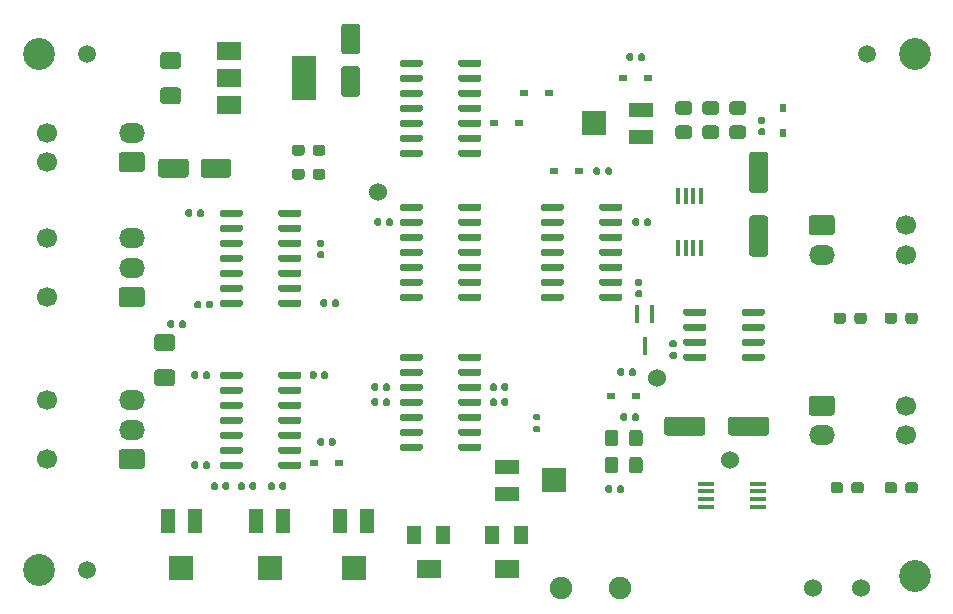
<source format=gbr>
G04 #@! TF.GenerationSoftware,KiCad,Pcbnew,(5.1.10)-1*
G04 #@! TF.CreationDate,2021-06-28T12:10:56+02:00*
G04 #@! TF.ProjectId,BSPD_v_1_1,42535044-5f76-45f3-915f-312e6b696361,rev?*
G04 #@! TF.SameCoordinates,Original*
G04 #@! TF.FileFunction,Soldermask,Top*
G04 #@! TF.FilePolarity,Negative*
%FSLAX46Y46*%
G04 Gerber Fmt 4.6, Leading zero omitted, Abs format (unit mm)*
G04 Created by KiCad (PCBNEW (5.1.10)-1) date 2021-06-28 12:10:56*
%MOMM*%
%LPD*%
G01*
G04 APERTURE LIST*
%ADD10C,2.700000*%
%ADD11R,0.450000X1.500000*%
%ADD12C,1.700000*%
%ADD13O,2.200000X1.700000*%
%ADD14R,1.450000X0.450000*%
%ADD15R,0.450000X1.450000*%
%ADD16C,1.524000*%
%ADD17C,1.900000*%
%ADD18R,0.800000X0.550000*%
%ADD19R,0.550000X0.800000*%
%ADD20C,1.500000*%
%ADD21R,1.300000X2.000000*%
%ADD22R,2.000000X2.000000*%
%ADD23R,1.300000X1.600000*%
%ADD24R,2.000000X1.600000*%
%ADD25R,2.000000X1.300000*%
%ADD26R,2.000000X3.800000*%
%ADD27R,2.000000X1.500000*%
G04 APERTURE END LIST*
D10*
X88900000Y-29972000D03*
X88900000Y-73660000D03*
X163068000Y-74168000D03*
X163068000Y-29972000D03*
D11*
X140208000Y-54670000D03*
X139558000Y-52010000D03*
X140858000Y-52010000D03*
D12*
X89594000Y-45546000D03*
X89594000Y-50546000D03*
D13*
X96774000Y-45546000D03*
X96774000Y-48046000D03*
G36*
G01*
X97874000Y-49946000D02*
X97874000Y-51146000D01*
G75*
G02*
X97624000Y-51396000I-250000J0D01*
G01*
X95924000Y-51396000D01*
G75*
G02*
X95674000Y-51146000I0J250000D01*
G01*
X95674000Y-49946000D01*
G75*
G02*
X95924000Y-49696000I250000J0D01*
G01*
X97624000Y-49696000D01*
G75*
G02*
X97874000Y-49946000I0J-250000D01*
G01*
G37*
D12*
X89594000Y-59262000D03*
X89594000Y-64262000D03*
D13*
X96774000Y-59262000D03*
X96774000Y-61762000D03*
G36*
G01*
X97874000Y-63662000D02*
X97874000Y-64862000D01*
G75*
G02*
X97624000Y-65112000I-250000J0D01*
G01*
X95924000Y-65112000D01*
G75*
G02*
X95674000Y-64862000I0J250000D01*
G01*
X95674000Y-63662000D01*
G75*
G02*
X95924000Y-63412000I250000J0D01*
G01*
X97624000Y-63412000D01*
G75*
G02*
X97874000Y-63662000I0J-250000D01*
G01*
G37*
D12*
X162374000Y-62240800D03*
X162374000Y-59740800D03*
D13*
X155194000Y-62240800D03*
G36*
G01*
X154094000Y-60340800D02*
X154094000Y-59140800D01*
G75*
G02*
X154344000Y-58890800I250000J0D01*
G01*
X156044000Y-58890800D01*
G75*
G02*
X156294000Y-59140800I0J-250000D01*
G01*
X156294000Y-60340800D01*
G75*
G02*
X156044000Y-60590800I-250000J0D01*
G01*
X154344000Y-60590800D01*
G75*
G02*
X154094000Y-60340800I0J250000D01*
G01*
G37*
D12*
X162374000Y-46950000D03*
X162374000Y-44450000D03*
D13*
X155194000Y-46950000D03*
G36*
G01*
X154094000Y-45050000D02*
X154094000Y-43850000D01*
G75*
G02*
X154344000Y-43600000I250000J0D01*
G01*
X156044000Y-43600000D01*
G75*
G02*
X156294000Y-43850000I0J-250000D01*
G01*
X156294000Y-45050000D01*
G75*
G02*
X156044000Y-45300000I-250000J0D01*
G01*
X154344000Y-45300000D01*
G75*
G02*
X154094000Y-45050000I0J250000D01*
G01*
G37*
D12*
X89594000Y-36616000D03*
X89594000Y-39116000D03*
D13*
X96774000Y-36616000D03*
G36*
G01*
X97874000Y-38516000D02*
X97874000Y-39716000D01*
G75*
G02*
X97624000Y-39966000I-250000J0D01*
G01*
X95924000Y-39966000D01*
G75*
G02*
X95674000Y-39716000I0J250000D01*
G01*
X95674000Y-38516000D01*
G75*
G02*
X95924000Y-38266000I250000J0D01*
G01*
X97624000Y-38266000D01*
G75*
G02*
X97874000Y-38516000I0J-250000D01*
G01*
G37*
D14*
X149774000Y-66335000D03*
X149774000Y-66985000D03*
X149774000Y-67635000D03*
X149774000Y-68285000D03*
X145374000Y-68285000D03*
X145374000Y-67635000D03*
X145374000Y-66985000D03*
X145374000Y-66335000D03*
D15*
X144993000Y-41996000D03*
X144343000Y-41996000D03*
X143693000Y-41996000D03*
X143043000Y-41996000D03*
X143043000Y-46396000D03*
X143693000Y-46396000D03*
X144343000Y-46396000D03*
X144993000Y-46396000D03*
D16*
X158496000Y-75184000D03*
X154496000Y-75184000D03*
D17*
X138096000Y-75184000D03*
X133096000Y-75184000D03*
D18*
X130014000Y-33274000D03*
X132114000Y-33274000D03*
X132554000Y-39878000D03*
X134654000Y-39878000D03*
D19*
X151892000Y-36610000D03*
X151892000Y-34510000D03*
D18*
X140496000Y-32004000D03*
X138396000Y-32004000D03*
X139480000Y-58928000D03*
X137380000Y-58928000D03*
X129574000Y-35814000D03*
X127474000Y-35814000D03*
X114334000Y-64579500D03*
X112234000Y-64579500D03*
D16*
X141224000Y-57404000D03*
X147472400Y-64312800D03*
X117602000Y-41656000D03*
D20*
X159004000Y-29972000D03*
X92964000Y-73660000D03*
X92964000Y-29972000D03*
G36*
G01*
X136412000Y-39693000D02*
X136412000Y-40063000D01*
G75*
G02*
X136277000Y-40198000I-135000J0D01*
G01*
X136007000Y-40198000D01*
G75*
G02*
X135872000Y-40063000I0J135000D01*
G01*
X135872000Y-39693000D01*
G75*
G02*
X136007000Y-39558000I135000J0D01*
G01*
X136277000Y-39558000D01*
G75*
G02*
X136412000Y-39693000I0J-135000D01*
G01*
G37*
G36*
G01*
X137432000Y-39693000D02*
X137432000Y-40063000D01*
G75*
G02*
X137297000Y-40198000I-135000J0D01*
G01*
X137027000Y-40198000D01*
G75*
G02*
X136892000Y-40063000I0J135000D01*
G01*
X136892000Y-39693000D01*
G75*
G02*
X137027000Y-39558000I135000J0D01*
G01*
X137297000Y-39558000D01*
G75*
G02*
X137432000Y-39693000I0J-135000D01*
G01*
G37*
G36*
G01*
X130879000Y-61454000D02*
X131249000Y-61454000D01*
G75*
G02*
X131384000Y-61589000I0J-135000D01*
G01*
X131384000Y-61859000D01*
G75*
G02*
X131249000Y-61994000I-135000J0D01*
G01*
X130879000Y-61994000D01*
G75*
G02*
X130744000Y-61859000I0J135000D01*
G01*
X130744000Y-61589000D01*
G75*
G02*
X130879000Y-61454000I135000J0D01*
G01*
G37*
G36*
G01*
X130879000Y-60434000D02*
X131249000Y-60434000D01*
G75*
G02*
X131384000Y-60569000I0J-135000D01*
G01*
X131384000Y-60839000D01*
G75*
G02*
X131249000Y-60974000I-135000J0D01*
G01*
X130879000Y-60974000D01*
G75*
G02*
X130744000Y-60839000I0J135000D01*
G01*
X130744000Y-60569000D01*
G75*
G02*
X130879000Y-60434000I135000J0D01*
G01*
G37*
G36*
G01*
X115866000Y-29980000D02*
X114766000Y-29980000D01*
G75*
G02*
X114516000Y-29730000I0J250000D01*
G01*
X114516000Y-27630000D01*
G75*
G02*
X114766000Y-27380000I250000J0D01*
G01*
X115866000Y-27380000D01*
G75*
G02*
X116116000Y-27630000I0J-250000D01*
G01*
X116116000Y-29730000D01*
G75*
G02*
X115866000Y-29980000I-250000J0D01*
G01*
G37*
G36*
G01*
X115866000Y-33580000D02*
X114766000Y-33580000D01*
G75*
G02*
X114516000Y-33330000I0J250000D01*
G01*
X114516000Y-31230000D01*
G75*
G02*
X114766000Y-30980000I250000J0D01*
G01*
X115866000Y-30980000D01*
G75*
G02*
X116116000Y-31230000I0J-250000D01*
G01*
X116116000Y-33330000D01*
G75*
G02*
X115866000Y-33580000I-250000J0D01*
G01*
G37*
G36*
G01*
X105208000Y-39074000D02*
X105208000Y-40174000D01*
G75*
G02*
X104958000Y-40424000I-250000J0D01*
G01*
X102858000Y-40424000D01*
G75*
G02*
X102608000Y-40174000I0J250000D01*
G01*
X102608000Y-39074000D01*
G75*
G02*
X102858000Y-38824000I250000J0D01*
G01*
X104958000Y-38824000D01*
G75*
G02*
X105208000Y-39074000I0J-250000D01*
G01*
G37*
G36*
G01*
X101608000Y-39074000D02*
X101608000Y-40174000D01*
G75*
G02*
X101358000Y-40424000I-250000J0D01*
G01*
X99258000Y-40424000D01*
G75*
G02*
X99008000Y-40174000I0J250000D01*
G01*
X99008000Y-39074000D01*
G75*
G02*
X99258000Y-38824000I250000J0D01*
G01*
X101358000Y-38824000D01*
G75*
G02*
X101608000Y-39074000I0J-250000D01*
G01*
G37*
G36*
G01*
X148532001Y-35110000D02*
X147631999Y-35110000D01*
G75*
G02*
X147382000Y-34860001I0J249999D01*
G01*
X147382000Y-34209999D01*
G75*
G02*
X147631999Y-33960000I249999J0D01*
G01*
X148532001Y-33960000D01*
G75*
G02*
X148782000Y-34209999I0J-249999D01*
G01*
X148782000Y-34860001D01*
G75*
G02*
X148532001Y-35110000I-249999J0D01*
G01*
G37*
G36*
G01*
X148532001Y-37160000D02*
X147631999Y-37160000D01*
G75*
G02*
X147382000Y-36910001I0J249999D01*
G01*
X147382000Y-36259999D01*
G75*
G02*
X147631999Y-36010000I249999J0D01*
G01*
X148532001Y-36010000D01*
G75*
G02*
X148782000Y-36259999I0J-249999D01*
G01*
X148782000Y-36910001D01*
G75*
G02*
X148532001Y-37160000I-249999J0D01*
G01*
G37*
G36*
G01*
X150410000Y-41722000D02*
X149310000Y-41722000D01*
G75*
G02*
X149060000Y-41472000I0J250000D01*
G01*
X149060000Y-38472000D01*
G75*
G02*
X149310000Y-38222000I250000J0D01*
G01*
X150410000Y-38222000D01*
G75*
G02*
X150660000Y-38472000I0J-250000D01*
G01*
X150660000Y-41472000D01*
G75*
G02*
X150410000Y-41722000I-250000J0D01*
G01*
G37*
G36*
G01*
X150410000Y-47122000D02*
X149310000Y-47122000D01*
G75*
G02*
X149060000Y-46872000I0J250000D01*
G01*
X149060000Y-43872000D01*
G75*
G02*
X149310000Y-43622000I250000J0D01*
G01*
X150410000Y-43622000D01*
G75*
G02*
X150660000Y-43872000I0J-250000D01*
G01*
X150660000Y-46872000D01*
G75*
G02*
X150410000Y-47122000I-250000J0D01*
G01*
G37*
G36*
G01*
X143960001Y-37160000D02*
X143059999Y-37160000D01*
G75*
G02*
X142810000Y-36910001I0J249999D01*
G01*
X142810000Y-36259999D01*
G75*
G02*
X143059999Y-36010000I249999J0D01*
G01*
X143960001Y-36010000D01*
G75*
G02*
X144210000Y-36259999I0J-249999D01*
G01*
X144210000Y-36910001D01*
G75*
G02*
X143960001Y-37160000I-249999J0D01*
G01*
G37*
G36*
G01*
X143960001Y-35110000D02*
X143059999Y-35110000D01*
G75*
G02*
X142810000Y-34860001I0J249999D01*
G01*
X142810000Y-34209999D01*
G75*
G02*
X143059999Y-33960000I249999J0D01*
G01*
X143960001Y-33960000D01*
G75*
G02*
X144210000Y-34209999I0J-249999D01*
G01*
X144210000Y-34860001D01*
G75*
G02*
X143960001Y-35110000I-249999J0D01*
G01*
G37*
G36*
G01*
X145345999Y-36010000D02*
X146246001Y-36010000D01*
G75*
G02*
X146496000Y-36259999I0J-249999D01*
G01*
X146496000Y-36910001D01*
G75*
G02*
X146246001Y-37160000I-249999J0D01*
G01*
X145345999Y-37160000D01*
G75*
G02*
X145096000Y-36910001I0J249999D01*
G01*
X145096000Y-36259999D01*
G75*
G02*
X145345999Y-36010000I249999J0D01*
G01*
G37*
G36*
G01*
X145345999Y-33960000D02*
X146246001Y-33960000D01*
G75*
G02*
X146496000Y-34209999I0J-249999D01*
G01*
X146496000Y-34860001D01*
G75*
G02*
X146246001Y-35110000I-249999J0D01*
G01*
X145345999Y-35110000D01*
G75*
G02*
X145096000Y-34860001I0J249999D01*
G01*
X145096000Y-34209999D01*
G75*
G02*
X145345999Y-33960000I249999J0D01*
G01*
G37*
G36*
G01*
X140030000Y-62033999D02*
X140030000Y-62934001D01*
G75*
G02*
X139780001Y-63184000I-249999J0D01*
G01*
X139129999Y-63184000D01*
G75*
G02*
X138880000Y-62934001I0J249999D01*
G01*
X138880000Y-62033999D01*
G75*
G02*
X139129999Y-61784000I249999J0D01*
G01*
X139780001Y-61784000D01*
G75*
G02*
X140030000Y-62033999I0J-249999D01*
G01*
G37*
G36*
G01*
X137980000Y-62033999D02*
X137980000Y-62934001D01*
G75*
G02*
X137730001Y-63184000I-249999J0D01*
G01*
X137079999Y-63184000D01*
G75*
G02*
X136830000Y-62934001I0J249999D01*
G01*
X136830000Y-62033999D01*
G75*
G02*
X137079999Y-61784000I249999J0D01*
G01*
X137730001Y-61784000D01*
G75*
G02*
X137980000Y-62033999I0J-249999D01*
G01*
G37*
G36*
G01*
X150754000Y-60918000D02*
X150754000Y-62018000D01*
G75*
G02*
X150504000Y-62268000I-250000J0D01*
G01*
X147504000Y-62268000D01*
G75*
G02*
X147254000Y-62018000I0J250000D01*
G01*
X147254000Y-60918000D01*
G75*
G02*
X147504000Y-60668000I250000J0D01*
G01*
X150504000Y-60668000D01*
G75*
G02*
X150754000Y-60918000I0J-250000D01*
G01*
G37*
G36*
G01*
X145354000Y-60918000D02*
X145354000Y-62018000D01*
G75*
G02*
X145104000Y-62268000I-250000J0D01*
G01*
X142104000Y-62268000D01*
G75*
G02*
X141854000Y-62018000I0J250000D01*
G01*
X141854000Y-60918000D01*
G75*
G02*
X142104000Y-60668000I250000J0D01*
G01*
X145104000Y-60668000D01*
G75*
G02*
X145354000Y-60918000I0J-250000D01*
G01*
G37*
G36*
G01*
X138880000Y-65220001D02*
X138880000Y-64319999D01*
G75*
G02*
X139129999Y-64070000I249999J0D01*
G01*
X139780001Y-64070000D01*
G75*
G02*
X140030000Y-64319999I0J-249999D01*
G01*
X140030000Y-65220001D01*
G75*
G02*
X139780001Y-65470000I-249999J0D01*
G01*
X139129999Y-65470000D01*
G75*
G02*
X138880000Y-65220001I0J249999D01*
G01*
G37*
G36*
G01*
X136830000Y-65220001D02*
X136830000Y-64319999D01*
G75*
G02*
X137079999Y-64070000I249999J0D01*
G01*
X137730001Y-64070000D01*
G75*
G02*
X137980000Y-64319999I0J-249999D01*
G01*
X137980000Y-65220001D01*
G75*
G02*
X137730001Y-65470000I-249999J0D01*
G01*
X137079999Y-65470000D01*
G75*
G02*
X136830000Y-65220001I0J249999D01*
G01*
G37*
G36*
G01*
X100701000Y-34204000D02*
X99451000Y-34204000D01*
G75*
G02*
X99201000Y-33954000I0J250000D01*
G01*
X99201000Y-33029000D01*
G75*
G02*
X99451000Y-32779000I250000J0D01*
G01*
X100701000Y-32779000D01*
G75*
G02*
X100951000Y-33029000I0J-250000D01*
G01*
X100951000Y-33954000D01*
G75*
G02*
X100701000Y-34204000I-250000J0D01*
G01*
G37*
G36*
G01*
X100701000Y-31229000D02*
X99451000Y-31229000D01*
G75*
G02*
X99201000Y-30979000I0J250000D01*
G01*
X99201000Y-30054000D01*
G75*
G02*
X99451000Y-29804000I250000J0D01*
G01*
X100701000Y-29804000D01*
G75*
G02*
X100951000Y-30054000I0J-250000D01*
G01*
X100951000Y-30979000D01*
G75*
G02*
X100701000Y-31229000I-250000J0D01*
G01*
G37*
G36*
G01*
X110360000Y-40369500D02*
X110360000Y-39894500D01*
G75*
G02*
X110597500Y-39657000I237500J0D01*
G01*
X111172500Y-39657000D01*
G75*
G02*
X111410000Y-39894500I0J-237500D01*
G01*
X111410000Y-40369500D01*
G75*
G02*
X111172500Y-40607000I-237500J0D01*
G01*
X110597500Y-40607000D01*
G75*
G02*
X110360000Y-40369500I0J237500D01*
G01*
G37*
G36*
G01*
X112110000Y-40369500D02*
X112110000Y-39894500D01*
G75*
G02*
X112347500Y-39657000I237500J0D01*
G01*
X112922500Y-39657000D01*
G75*
G02*
X113160000Y-39894500I0J-237500D01*
G01*
X113160000Y-40369500D01*
G75*
G02*
X112922500Y-40607000I-237500J0D01*
G01*
X112347500Y-40607000D01*
G75*
G02*
X112110000Y-40369500I0J237500D01*
G01*
G37*
G36*
G01*
X161575000Y-52086500D02*
X161575000Y-52561500D01*
G75*
G02*
X161337500Y-52799000I-237500J0D01*
G01*
X160762500Y-52799000D01*
G75*
G02*
X160525000Y-52561500I0J237500D01*
G01*
X160525000Y-52086500D01*
G75*
G02*
X160762500Y-51849000I237500J0D01*
G01*
X161337500Y-51849000D01*
G75*
G02*
X161575000Y-52086500I0J-237500D01*
G01*
G37*
G36*
G01*
X163325000Y-52086500D02*
X163325000Y-52561500D01*
G75*
G02*
X163087500Y-52799000I-237500J0D01*
G01*
X162512500Y-52799000D01*
G75*
G02*
X162275000Y-52561500I0J237500D01*
G01*
X162275000Y-52086500D01*
G75*
G02*
X162512500Y-51849000I237500J0D01*
G01*
X163087500Y-51849000D01*
G75*
G02*
X163325000Y-52086500I0J-237500D01*
G01*
G37*
G36*
G01*
X163325000Y-66437500D02*
X163325000Y-66912500D01*
G75*
G02*
X163087500Y-67150000I-237500J0D01*
G01*
X162512500Y-67150000D01*
G75*
G02*
X162275000Y-66912500I0J237500D01*
G01*
X162275000Y-66437500D01*
G75*
G02*
X162512500Y-66200000I237500J0D01*
G01*
X163087500Y-66200000D01*
G75*
G02*
X163325000Y-66437500I0J-237500D01*
G01*
G37*
G36*
G01*
X161575000Y-66437500D02*
X161575000Y-66912500D01*
G75*
G02*
X161337500Y-67150000I-237500J0D01*
G01*
X160762500Y-67150000D01*
G75*
G02*
X160525000Y-66912500I0J237500D01*
G01*
X160525000Y-66437500D01*
G75*
G02*
X160762500Y-66200000I237500J0D01*
G01*
X161337500Y-66200000D01*
G75*
G02*
X161575000Y-66437500I0J-237500D01*
G01*
G37*
G36*
G01*
X113160000Y-37862500D02*
X113160000Y-38337500D01*
G75*
G02*
X112922500Y-38575000I-237500J0D01*
G01*
X112347500Y-38575000D01*
G75*
G02*
X112110000Y-38337500I0J237500D01*
G01*
X112110000Y-37862500D01*
G75*
G02*
X112347500Y-37625000I237500J0D01*
G01*
X112922500Y-37625000D01*
G75*
G02*
X113160000Y-37862500I0J-237500D01*
G01*
G37*
G36*
G01*
X111410000Y-37862500D02*
X111410000Y-38337500D01*
G75*
G02*
X111172500Y-38575000I-237500J0D01*
G01*
X110597500Y-38575000D01*
G75*
G02*
X110360000Y-38337500I0J237500D01*
G01*
X110360000Y-37862500D01*
G75*
G02*
X110597500Y-37625000I237500J0D01*
G01*
X111172500Y-37625000D01*
G75*
G02*
X111410000Y-37862500I0J-237500D01*
G01*
G37*
G36*
G01*
X101328000Y-43606500D02*
X101328000Y-43261500D01*
G75*
G02*
X101475500Y-43114000I147500J0D01*
G01*
X101770500Y-43114000D01*
G75*
G02*
X101918000Y-43261500I0J-147500D01*
G01*
X101918000Y-43606500D01*
G75*
G02*
X101770500Y-43754000I-147500J0D01*
G01*
X101475500Y-43754000D01*
G75*
G02*
X101328000Y-43606500I0J147500D01*
G01*
G37*
G36*
G01*
X102298000Y-43606500D02*
X102298000Y-43261500D01*
G75*
G02*
X102445500Y-43114000I147500J0D01*
G01*
X102740500Y-43114000D01*
G75*
G02*
X102888000Y-43261500I0J-147500D01*
G01*
X102888000Y-43606500D01*
G75*
G02*
X102740500Y-43754000I-147500J0D01*
G01*
X102445500Y-43754000D01*
G75*
G02*
X102298000Y-43606500I0J147500D01*
G01*
G37*
G36*
G01*
X103060000Y-51353500D02*
X103060000Y-51008500D01*
G75*
G02*
X103207500Y-50861000I147500J0D01*
G01*
X103502500Y-50861000D01*
G75*
G02*
X103650000Y-51008500I0J-147500D01*
G01*
X103650000Y-51353500D01*
G75*
G02*
X103502500Y-51501000I-147500J0D01*
G01*
X103207500Y-51501000D01*
G75*
G02*
X103060000Y-51353500I0J147500D01*
G01*
G37*
G36*
G01*
X102090000Y-51353500D02*
X102090000Y-51008500D01*
G75*
G02*
X102237500Y-50861000I147500J0D01*
G01*
X102532500Y-50861000D01*
G75*
G02*
X102680000Y-51008500I0J-147500D01*
G01*
X102680000Y-51353500D01*
G75*
G02*
X102532500Y-51501000I-147500J0D01*
G01*
X102237500Y-51501000D01*
G75*
G02*
X102090000Y-51353500I0J147500D01*
G01*
G37*
G36*
G01*
X114318000Y-50881500D02*
X114318000Y-51226500D01*
G75*
G02*
X114170500Y-51374000I-147500J0D01*
G01*
X113875500Y-51374000D01*
G75*
G02*
X113728000Y-51226500I0J147500D01*
G01*
X113728000Y-50881500D01*
G75*
G02*
X113875500Y-50734000I147500J0D01*
G01*
X114170500Y-50734000D01*
G75*
G02*
X114318000Y-50881500I0J-147500D01*
G01*
G37*
G36*
G01*
X113348000Y-50881500D02*
X113348000Y-51226500D01*
G75*
G02*
X113200500Y-51374000I-147500J0D01*
G01*
X112905500Y-51374000D01*
G75*
G02*
X112758000Y-51226500I0J147500D01*
G01*
X112758000Y-50881500D01*
G75*
G02*
X112905500Y-50734000I147500J0D01*
G01*
X113200500Y-50734000D01*
G75*
G02*
X113348000Y-50881500I0J-147500D01*
G01*
G37*
G36*
G01*
X117076000Y-58338500D02*
X117076000Y-57993500D01*
G75*
G02*
X117223500Y-57846000I147500J0D01*
G01*
X117518500Y-57846000D01*
G75*
G02*
X117666000Y-57993500I0J-147500D01*
G01*
X117666000Y-58338500D01*
G75*
G02*
X117518500Y-58486000I-147500J0D01*
G01*
X117223500Y-58486000D01*
G75*
G02*
X117076000Y-58338500I0J147500D01*
G01*
G37*
G36*
G01*
X118046000Y-58338500D02*
X118046000Y-57993500D01*
G75*
G02*
X118193500Y-57846000I147500J0D01*
G01*
X118488500Y-57846000D01*
G75*
G02*
X118636000Y-57993500I0J-147500D01*
G01*
X118636000Y-58338500D01*
G75*
G02*
X118488500Y-58486000I-147500J0D01*
G01*
X118193500Y-58486000D01*
G75*
G02*
X118046000Y-58338500I0J147500D01*
G01*
G37*
G36*
G01*
X101836000Y-57322500D02*
X101836000Y-56977500D01*
G75*
G02*
X101983500Y-56830000I147500J0D01*
G01*
X102278500Y-56830000D01*
G75*
G02*
X102426000Y-56977500I0J-147500D01*
G01*
X102426000Y-57322500D01*
G75*
G02*
X102278500Y-57470000I-147500J0D01*
G01*
X101983500Y-57470000D01*
G75*
G02*
X101836000Y-57322500I0J147500D01*
G01*
G37*
G36*
G01*
X102806000Y-57322500D02*
X102806000Y-56977500D01*
G75*
G02*
X102953500Y-56830000I147500J0D01*
G01*
X103248500Y-56830000D01*
G75*
G02*
X103396000Y-56977500I0J-147500D01*
G01*
X103396000Y-57322500D01*
G75*
G02*
X103248500Y-57470000I-147500J0D01*
G01*
X102953500Y-57470000D01*
G75*
G02*
X102806000Y-57322500I0J147500D01*
G01*
G37*
G36*
G01*
X102806000Y-64942500D02*
X102806000Y-64597500D01*
G75*
G02*
X102953500Y-64450000I147500J0D01*
G01*
X103248500Y-64450000D01*
G75*
G02*
X103396000Y-64597500I0J-147500D01*
G01*
X103396000Y-64942500D01*
G75*
G02*
X103248500Y-65090000I-147500J0D01*
G01*
X102953500Y-65090000D01*
G75*
G02*
X102806000Y-64942500I0J147500D01*
G01*
G37*
G36*
G01*
X101836000Y-64942500D02*
X101836000Y-64597500D01*
G75*
G02*
X101983500Y-64450000I147500J0D01*
G01*
X102278500Y-64450000D01*
G75*
G02*
X102426000Y-64597500I0J-147500D01*
G01*
X102426000Y-64942500D01*
G75*
G02*
X102278500Y-65090000I-147500J0D01*
G01*
X101983500Y-65090000D01*
G75*
G02*
X101836000Y-64942500I0J147500D01*
G01*
G37*
G36*
G01*
X114064000Y-62629000D02*
X114064000Y-62974000D01*
G75*
G02*
X113916500Y-63121500I-147500J0D01*
G01*
X113621500Y-63121500D01*
G75*
G02*
X113474000Y-62974000I0J147500D01*
G01*
X113474000Y-62629000D01*
G75*
G02*
X113621500Y-62481500I147500J0D01*
G01*
X113916500Y-62481500D01*
G75*
G02*
X114064000Y-62629000I0J-147500D01*
G01*
G37*
G36*
G01*
X113094000Y-62629000D02*
X113094000Y-62974000D01*
G75*
G02*
X112946500Y-63121500I-147500J0D01*
G01*
X112651500Y-63121500D01*
G75*
G02*
X112504000Y-62974000I0J147500D01*
G01*
X112504000Y-62629000D01*
G75*
G02*
X112651500Y-62481500I147500J0D01*
G01*
X112946500Y-62481500D01*
G75*
G02*
X113094000Y-62629000I0J-147500D01*
G01*
G37*
G36*
G01*
X118046000Y-59608500D02*
X118046000Y-59263500D01*
G75*
G02*
X118193500Y-59116000I147500J0D01*
G01*
X118488500Y-59116000D01*
G75*
G02*
X118636000Y-59263500I0J-147500D01*
G01*
X118636000Y-59608500D01*
G75*
G02*
X118488500Y-59756000I-147500J0D01*
G01*
X118193500Y-59756000D01*
G75*
G02*
X118046000Y-59608500I0J147500D01*
G01*
G37*
G36*
G01*
X117076000Y-59608500D02*
X117076000Y-59263500D01*
G75*
G02*
X117223500Y-59116000I147500J0D01*
G01*
X117518500Y-59116000D01*
G75*
G02*
X117666000Y-59263500I0J-147500D01*
G01*
X117666000Y-59608500D01*
G75*
G02*
X117518500Y-59756000I-147500J0D01*
G01*
X117223500Y-59756000D01*
G75*
G02*
X117076000Y-59608500I0J147500D01*
G01*
G37*
G36*
G01*
X149941500Y-36258000D02*
X150286500Y-36258000D01*
G75*
G02*
X150434000Y-36405500I0J-147500D01*
G01*
X150434000Y-36700500D01*
G75*
G02*
X150286500Y-36848000I-147500J0D01*
G01*
X149941500Y-36848000D01*
G75*
G02*
X149794000Y-36700500I0J147500D01*
G01*
X149794000Y-36405500D01*
G75*
G02*
X149941500Y-36258000I147500J0D01*
G01*
G37*
G36*
G01*
X149941500Y-35288000D02*
X150286500Y-35288000D01*
G75*
G02*
X150434000Y-35435500I0J-147500D01*
G01*
X150434000Y-35730500D01*
G75*
G02*
X150286500Y-35878000I-147500J0D01*
G01*
X149941500Y-35878000D01*
G75*
G02*
X149794000Y-35730500I0J147500D01*
G01*
X149794000Y-35435500D01*
G75*
G02*
X149941500Y-35288000I147500J0D01*
G01*
G37*
G36*
G01*
X138666000Y-30398500D02*
X138666000Y-30053500D01*
G75*
G02*
X138813500Y-29906000I147500J0D01*
G01*
X139108500Y-29906000D01*
G75*
G02*
X139256000Y-30053500I0J-147500D01*
G01*
X139256000Y-30398500D01*
G75*
G02*
X139108500Y-30546000I-147500J0D01*
G01*
X138813500Y-30546000D01*
G75*
G02*
X138666000Y-30398500I0J147500D01*
G01*
G37*
G36*
G01*
X139636000Y-30398500D02*
X139636000Y-30053500D01*
G75*
G02*
X139783500Y-29906000I147500J0D01*
G01*
X140078500Y-29906000D01*
G75*
G02*
X140226000Y-30053500I0J-147500D01*
G01*
X140226000Y-30398500D01*
G75*
G02*
X140078500Y-30546000I-147500J0D01*
G01*
X139783500Y-30546000D01*
G75*
G02*
X139636000Y-30398500I0J147500D01*
G01*
G37*
G36*
G01*
X142793500Y-55771000D02*
X142448500Y-55771000D01*
G75*
G02*
X142301000Y-55623500I0J147500D01*
G01*
X142301000Y-55328500D01*
G75*
G02*
X142448500Y-55181000I147500J0D01*
G01*
X142793500Y-55181000D01*
G75*
G02*
X142941000Y-55328500I0J-147500D01*
G01*
X142941000Y-55623500D01*
G75*
G02*
X142793500Y-55771000I-147500J0D01*
G01*
G37*
G36*
G01*
X142793500Y-54801000D02*
X142448500Y-54801000D01*
G75*
G02*
X142301000Y-54653500I0J147500D01*
G01*
X142301000Y-54358500D01*
G75*
G02*
X142448500Y-54211000I147500J0D01*
G01*
X142793500Y-54211000D01*
G75*
G02*
X142941000Y-54358500I0J-147500D01*
G01*
X142941000Y-54653500D01*
G75*
G02*
X142793500Y-54801000I-147500J0D01*
G01*
G37*
G36*
G01*
X128669000Y-59263500D02*
X128669000Y-59608500D01*
G75*
G02*
X128521500Y-59756000I-147500J0D01*
G01*
X128226500Y-59756000D01*
G75*
G02*
X128079000Y-59608500I0J147500D01*
G01*
X128079000Y-59263500D01*
G75*
G02*
X128226500Y-59116000I147500J0D01*
G01*
X128521500Y-59116000D01*
G75*
G02*
X128669000Y-59263500I0J-147500D01*
G01*
G37*
G36*
G01*
X127699000Y-59263500D02*
X127699000Y-59608500D01*
G75*
G02*
X127551500Y-59756000I-147500J0D01*
G01*
X127256500Y-59756000D01*
G75*
G02*
X127109000Y-59608500I0J147500D01*
G01*
X127109000Y-59263500D01*
G75*
G02*
X127256500Y-59116000I147500J0D01*
G01*
X127551500Y-59116000D01*
G75*
G02*
X127699000Y-59263500I0J-147500D01*
G01*
G37*
G36*
G01*
X127699000Y-57993500D02*
X127699000Y-58338500D01*
G75*
G02*
X127551500Y-58486000I-147500J0D01*
G01*
X127256500Y-58486000D01*
G75*
G02*
X127109000Y-58338500I0J147500D01*
G01*
X127109000Y-57993500D01*
G75*
G02*
X127256500Y-57846000I147500J0D01*
G01*
X127551500Y-57846000D01*
G75*
G02*
X127699000Y-57993500I0J-147500D01*
G01*
G37*
G36*
G01*
X128669000Y-57993500D02*
X128669000Y-58338500D01*
G75*
G02*
X128521500Y-58486000I-147500J0D01*
G01*
X128226500Y-58486000D01*
G75*
G02*
X128079000Y-58338500I0J147500D01*
G01*
X128079000Y-57993500D01*
G75*
G02*
X128226500Y-57846000I147500J0D01*
G01*
X128521500Y-57846000D01*
G75*
G02*
X128669000Y-57993500I0J-147500D01*
G01*
G37*
G36*
G01*
X117920000Y-44023500D02*
X117920000Y-44368500D01*
G75*
G02*
X117772500Y-44516000I-147500J0D01*
G01*
X117477500Y-44516000D01*
G75*
G02*
X117330000Y-44368500I0J147500D01*
G01*
X117330000Y-44023500D01*
G75*
G02*
X117477500Y-43876000I147500J0D01*
G01*
X117772500Y-43876000D01*
G75*
G02*
X117920000Y-44023500I0J-147500D01*
G01*
G37*
G36*
G01*
X118890000Y-44023500D02*
X118890000Y-44368500D01*
G75*
G02*
X118742500Y-44516000I-147500J0D01*
G01*
X118447500Y-44516000D01*
G75*
G02*
X118300000Y-44368500I0J147500D01*
G01*
X118300000Y-44023500D01*
G75*
G02*
X118447500Y-43876000I147500J0D01*
G01*
X118742500Y-43876000D01*
G75*
G02*
X118890000Y-44023500I0J-147500D01*
G01*
G37*
G36*
G01*
X139764000Y-44023500D02*
X139764000Y-44368500D01*
G75*
G02*
X139616500Y-44516000I-147500J0D01*
G01*
X139321500Y-44516000D01*
G75*
G02*
X139174000Y-44368500I0J147500D01*
G01*
X139174000Y-44023500D01*
G75*
G02*
X139321500Y-43876000I147500J0D01*
G01*
X139616500Y-43876000D01*
G75*
G02*
X139764000Y-44023500I0J-147500D01*
G01*
G37*
G36*
G01*
X140734000Y-44023500D02*
X140734000Y-44368500D01*
G75*
G02*
X140586500Y-44516000I-147500J0D01*
G01*
X140291500Y-44516000D01*
G75*
G02*
X140144000Y-44368500I0J147500D01*
G01*
X140144000Y-44023500D01*
G75*
G02*
X140291500Y-43876000I147500J0D01*
G01*
X140586500Y-43876000D01*
G75*
G02*
X140734000Y-44023500I0J-147500D01*
G01*
G37*
G36*
G01*
X138158000Y-60878500D02*
X138158000Y-60533500D01*
G75*
G02*
X138305500Y-60386000I147500J0D01*
G01*
X138600500Y-60386000D01*
G75*
G02*
X138748000Y-60533500I0J-147500D01*
G01*
X138748000Y-60878500D01*
G75*
G02*
X138600500Y-61026000I-147500J0D01*
G01*
X138305500Y-61026000D01*
G75*
G02*
X138158000Y-60878500I0J147500D01*
G01*
G37*
G36*
G01*
X139128000Y-60878500D02*
X139128000Y-60533500D01*
G75*
G02*
X139275500Y-60386000I147500J0D01*
G01*
X139570500Y-60386000D01*
G75*
G02*
X139718000Y-60533500I0J-147500D01*
G01*
X139718000Y-60878500D01*
G75*
G02*
X139570500Y-61026000I-147500J0D01*
G01*
X139275500Y-61026000D01*
G75*
G02*
X139128000Y-60878500I0J147500D01*
G01*
G37*
G36*
G01*
X136888000Y-66974500D02*
X136888000Y-66629500D01*
G75*
G02*
X137035500Y-66482000I147500J0D01*
G01*
X137330500Y-66482000D01*
G75*
G02*
X137478000Y-66629500I0J-147500D01*
G01*
X137478000Y-66974500D01*
G75*
G02*
X137330500Y-67122000I-147500J0D01*
G01*
X137035500Y-67122000D01*
G75*
G02*
X136888000Y-66974500I0J147500D01*
G01*
G37*
G36*
G01*
X137858000Y-66974500D02*
X137858000Y-66629500D01*
G75*
G02*
X138005500Y-66482000I147500J0D01*
G01*
X138300500Y-66482000D01*
G75*
G02*
X138448000Y-66629500I0J-147500D01*
G01*
X138448000Y-66974500D01*
G75*
G02*
X138300500Y-67122000I-147500J0D01*
G01*
X138005500Y-67122000D01*
G75*
G02*
X137858000Y-66974500I0J147500D01*
G01*
G37*
G36*
G01*
X139872500Y-49594000D02*
X139527500Y-49594000D01*
G75*
G02*
X139380000Y-49446500I0J147500D01*
G01*
X139380000Y-49151500D01*
G75*
G02*
X139527500Y-49004000I147500J0D01*
G01*
X139872500Y-49004000D01*
G75*
G02*
X140020000Y-49151500I0J-147500D01*
G01*
X140020000Y-49446500D01*
G75*
G02*
X139872500Y-49594000I-147500J0D01*
G01*
G37*
G36*
G01*
X139872500Y-50564000D02*
X139527500Y-50564000D01*
G75*
G02*
X139380000Y-50416500I0J147500D01*
G01*
X139380000Y-50121500D01*
G75*
G02*
X139527500Y-49974000I147500J0D01*
G01*
X139872500Y-49974000D01*
G75*
G02*
X140020000Y-50121500I0J-147500D01*
G01*
X140020000Y-50416500D01*
G75*
G02*
X139872500Y-50564000I-147500J0D01*
G01*
G37*
G36*
G01*
X138494000Y-56723500D02*
X138494000Y-57068500D01*
G75*
G02*
X138346500Y-57216000I-147500J0D01*
G01*
X138051500Y-57216000D01*
G75*
G02*
X137904000Y-57068500I0J147500D01*
G01*
X137904000Y-56723500D01*
G75*
G02*
X138051500Y-56576000I147500J0D01*
G01*
X138346500Y-56576000D01*
G75*
G02*
X138494000Y-56723500I0J-147500D01*
G01*
G37*
G36*
G01*
X139464000Y-56723500D02*
X139464000Y-57068500D01*
G75*
G02*
X139316500Y-57216000I-147500J0D01*
G01*
X139021500Y-57216000D01*
G75*
G02*
X138874000Y-57068500I0J147500D01*
G01*
X138874000Y-56723500D01*
G75*
G02*
X139021500Y-56576000I147500J0D01*
G01*
X139316500Y-56576000D01*
G75*
G02*
X139464000Y-56723500I0J-147500D01*
G01*
G37*
G36*
G01*
X159007000Y-52086500D02*
X159007000Y-52561500D01*
G75*
G02*
X158769500Y-52799000I-237500J0D01*
G01*
X158194500Y-52799000D01*
G75*
G02*
X157957000Y-52561500I0J237500D01*
G01*
X157957000Y-52086500D01*
G75*
G02*
X158194500Y-51849000I237500J0D01*
G01*
X158769500Y-51849000D01*
G75*
G02*
X159007000Y-52086500I0J-237500D01*
G01*
G37*
G36*
G01*
X157257000Y-52086500D02*
X157257000Y-52561500D01*
G75*
G02*
X157019500Y-52799000I-237500J0D01*
G01*
X156444500Y-52799000D01*
G75*
G02*
X156207000Y-52561500I0J237500D01*
G01*
X156207000Y-52086500D01*
G75*
G02*
X156444500Y-51849000I237500J0D01*
G01*
X157019500Y-51849000D01*
G75*
G02*
X157257000Y-52086500I0J-237500D01*
G01*
G37*
G36*
G01*
X157003000Y-66437500D02*
X157003000Y-66912500D01*
G75*
G02*
X156765500Y-67150000I-237500J0D01*
G01*
X156190500Y-67150000D01*
G75*
G02*
X155953000Y-66912500I0J237500D01*
G01*
X155953000Y-66437500D01*
G75*
G02*
X156190500Y-66200000I237500J0D01*
G01*
X156765500Y-66200000D01*
G75*
G02*
X157003000Y-66437500I0J-237500D01*
G01*
G37*
G36*
G01*
X158753000Y-66437500D02*
X158753000Y-66912500D01*
G75*
G02*
X158515500Y-67150000I-237500J0D01*
G01*
X157940500Y-67150000D01*
G75*
G02*
X157703000Y-66912500I0J237500D01*
G01*
X157703000Y-66437500D01*
G75*
G02*
X157940500Y-66200000I237500J0D01*
G01*
X158515500Y-66200000D01*
G75*
G02*
X158753000Y-66437500I0J-237500D01*
G01*
G37*
G36*
G01*
X100394000Y-52659500D02*
X100394000Y-53004500D01*
G75*
G02*
X100246500Y-53152000I-147500J0D01*
G01*
X99951500Y-53152000D01*
G75*
G02*
X99804000Y-53004500I0J147500D01*
G01*
X99804000Y-52659500D01*
G75*
G02*
X99951500Y-52512000I147500J0D01*
G01*
X100246500Y-52512000D01*
G75*
G02*
X100394000Y-52659500I0J-147500D01*
G01*
G37*
G36*
G01*
X101364000Y-52659500D02*
X101364000Y-53004500D01*
G75*
G02*
X101216500Y-53152000I-147500J0D01*
G01*
X100921500Y-53152000D01*
G75*
G02*
X100774000Y-53004500I0J147500D01*
G01*
X100774000Y-52659500D01*
G75*
G02*
X100921500Y-52512000I147500J0D01*
G01*
X101216500Y-52512000D01*
G75*
G02*
X101364000Y-52659500I0J-147500D01*
G01*
G37*
G36*
G01*
X105047000Y-66375500D02*
X105047000Y-66720500D01*
G75*
G02*
X104899500Y-66868000I-147500J0D01*
G01*
X104604500Y-66868000D01*
G75*
G02*
X104457000Y-66720500I0J147500D01*
G01*
X104457000Y-66375500D01*
G75*
G02*
X104604500Y-66228000I147500J0D01*
G01*
X104899500Y-66228000D01*
G75*
G02*
X105047000Y-66375500I0J-147500D01*
G01*
G37*
G36*
G01*
X104077000Y-66375500D02*
X104077000Y-66720500D01*
G75*
G02*
X103929500Y-66868000I-147500J0D01*
G01*
X103634500Y-66868000D01*
G75*
G02*
X103487000Y-66720500I0J147500D01*
G01*
X103487000Y-66375500D01*
G75*
G02*
X103634500Y-66228000I147500J0D01*
G01*
X103929500Y-66228000D01*
G75*
G02*
X104077000Y-66375500I0J-147500D01*
G01*
G37*
G36*
G01*
X106363000Y-66375500D02*
X106363000Y-66720500D01*
G75*
G02*
X106215500Y-66868000I-147500J0D01*
G01*
X105920500Y-66868000D01*
G75*
G02*
X105773000Y-66720500I0J147500D01*
G01*
X105773000Y-66375500D01*
G75*
G02*
X105920500Y-66228000I147500J0D01*
G01*
X106215500Y-66228000D01*
G75*
G02*
X106363000Y-66375500I0J-147500D01*
G01*
G37*
G36*
G01*
X107333000Y-66375500D02*
X107333000Y-66720500D01*
G75*
G02*
X107185500Y-66868000I-147500J0D01*
G01*
X106890500Y-66868000D01*
G75*
G02*
X106743000Y-66720500I0J147500D01*
G01*
X106743000Y-66375500D01*
G75*
G02*
X106890500Y-66228000I147500J0D01*
G01*
X107185500Y-66228000D01*
G75*
G02*
X107333000Y-66375500I0J-147500D01*
G01*
G37*
G36*
G01*
X108903000Y-66375500D02*
X108903000Y-66720500D01*
G75*
G02*
X108755500Y-66868000I-147500J0D01*
G01*
X108460500Y-66868000D01*
G75*
G02*
X108313000Y-66720500I0J147500D01*
G01*
X108313000Y-66375500D01*
G75*
G02*
X108460500Y-66228000I147500J0D01*
G01*
X108755500Y-66228000D01*
G75*
G02*
X108903000Y-66375500I0J-147500D01*
G01*
G37*
G36*
G01*
X109873000Y-66375500D02*
X109873000Y-66720500D01*
G75*
G02*
X109725500Y-66868000I-147500J0D01*
G01*
X109430500Y-66868000D01*
G75*
G02*
X109283000Y-66720500I0J147500D01*
G01*
X109283000Y-66375500D01*
G75*
G02*
X109430500Y-66228000I147500J0D01*
G01*
X109725500Y-66228000D01*
G75*
G02*
X109873000Y-66375500I0J-147500D01*
G01*
G37*
G36*
G01*
X112948500Y-47262000D02*
X112603500Y-47262000D01*
G75*
G02*
X112456000Y-47114500I0J147500D01*
G01*
X112456000Y-46819500D01*
G75*
G02*
X112603500Y-46672000I147500J0D01*
G01*
X112948500Y-46672000D01*
G75*
G02*
X113096000Y-46819500I0J-147500D01*
G01*
X113096000Y-47114500D01*
G75*
G02*
X112948500Y-47262000I-147500J0D01*
G01*
G37*
G36*
G01*
X112948500Y-46292000D02*
X112603500Y-46292000D01*
G75*
G02*
X112456000Y-46144500I0J147500D01*
G01*
X112456000Y-45849500D01*
G75*
G02*
X112603500Y-45702000I147500J0D01*
G01*
X112948500Y-45702000D01*
G75*
G02*
X113096000Y-45849500I0J-147500D01*
G01*
X113096000Y-46144500D01*
G75*
G02*
X112948500Y-46292000I-147500J0D01*
G01*
G37*
G36*
G01*
X113406000Y-56977500D02*
X113406000Y-57322500D01*
G75*
G02*
X113258500Y-57470000I-147500J0D01*
G01*
X112963500Y-57470000D01*
G75*
G02*
X112816000Y-57322500I0J147500D01*
G01*
X112816000Y-56977500D01*
G75*
G02*
X112963500Y-56830000I147500J0D01*
G01*
X113258500Y-56830000D01*
G75*
G02*
X113406000Y-56977500I0J-147500D01*
G01*
G37*
G36*
G01*
X112436000Y-56977500D02*
X112436000Y-57322500D01*
G75*
G02*
X112288500Y-57470000I-147500J0D01*
G01*
X111993500Y-57470000D01*
G75*
G02*
X111846000Y-57322500I0J147500D01*
G01*
X111846000Y-56977500D01*
G75*
G02*
X111993500Y-56830000I147500J0D01*
G01*
X112288500Y-56830000D01*
G75*
G02*
X112436000Y-56977500I0J-147500D01*
G01*
G37*
D21*
X109608000Y-69501000D03*
D22*
X108458000Y-73501000D03*
D21*
X107308000Y-69501000D03*
X102115000Y-69501000D03*
D22*
X100965000Y-73501000D03*
D21*
X99815000Y-69501000D03*
D23*
X120670000Y-70686000D03*
D24*
X121920000Y-73586000D03*
D23*
X123170000Y-70686000D03*
X129774000Y-70686000D03*
D24*
X128524000Y-73586000D03*
D23*
X127274000Y-70686000D03*
D21*
X116720000Y-69501000D03*
D22*
X115570000Y-73501000D03*
D21*
X114420000Y-69501000D03*
D25*
X139922000Y-34664000D03*
D22*
X135922000Y-35814000D03*
D25*
X139922000Y-36964000D03*
X128556000Y-67190000D03*
D22*
X132556000Y-66040000D03*
D25*
X128556000Y-64890000D03*
G36*
G01*
X100193000Y-58080000D02*
X98943000Y-58080000D01*
G75*
G02*
X98693000Y-57830000I0J250000D01*
G01*
X98693000Y-56905000D01*
G75*
G02*
X98943000Y-56655000I250000J0D01*
G01*
X100193000Y-56655000D01*
G75*
G02*
X100443000Y-56905000I0J-250000D01*
G01*
X100443000Y-57830000D01*
G75*
G02*
X100193000Y-58080000I-250000J0D01*
G01*
G37*
G36*
G01*
X100193000Y-55105000D02*
X98943000Y-55105000D01*
G75*
G02*
X98693000Y-54855000I0J250000D01*
G01*
X98693000Y-53930000D01*
G75*
G02*
X98943000Y-53680000I250000J0D01*
G01*
X100193000Y-53680000D01*
G75*
G02*
X100443000Y-53930000I0J-250000D01*
G01*
X100443000Y-54855000D01*
G75*
G02*
X100193000Y-55105000I-250000J0D01*
G01*
G37*
D26*
X111354000Y-32004000D03*
D27*
X105054000Y-32004000D03*
X105054000Y-34304000D03*
X105054000Y-29704000D03*
G36*
G01*
X104246000Y-43584000D02*
X104246000Y-43284000D01*
G75*
G02*
X104396000Y-43134000I150000J0D01*
G01*
X106046000Y-43134000D01*
G75*
G02*
X106196000Y-43284000I0J-150000D01*
G01*
X106196000Y-43584000D01*
G75*
G02*
X106046000Y-43734000I-150000J0D01*
G01*
X104396000Y-43734000D01*
G75*
G02*
X104246000Y-43584000I0J150000D01*
G01*
G37*
G36*
G01*
X104246000Y-44854000D02*
X104246000Y-44554000D01*
G75*
G02*
X104396000Y-44404000I150000J0D01*
G01*
X106046000Y-44404000D01*
G75*
G02*
X106196000Y-44554000I0J-150000D01*
G01*
X106196000Y-44854000D01*
G75*
G02*
X106046000Y-45004000I-150000J0D01*
G01*
X104396000Y-45004000D01*
G75*
G02*
X104246000Y-44854000I0J150000D01*
G01*
G37*
G36*
G01*
X104246000Y-46124000D02*
X104246000Y-45824000D01*
G75*
G02*
X104396000Y-45674000I150000J0D01*
G01*
X106046000Y-45674000D01*
G75*
G02*
X106196000Y-45824000I0J-150000D01*
G01*
X106196000Y-46124000D01*
G75*
G02*
X106046000Y-46274000I-150000J0D01*
G01*
X104396000Y-46274000D01*
G75*
G02*
X104246000Y-46124000I0J150000D01*
G01*
G37*
G36*
G01*
X104246000Y-47394000D02*
X104246000Y-47094000D01*
G75*
G02*
X104396000Y-46944000I150000J0D01*
G01*
X106046000Y-46944000D01*
G75*
G02*
X106196000Y-47094000I0J-150000D01*
G01*
X106196000Y-47394000D01*
G75*
G02*
X106046000Y-47544000I-150000J0D01*
G01*
X104396000Y-47544000D01*
G75*
G02*
X104246000Y-47394000I0J150000D01*
G01*
G37*
G36*
G01*
X104246000Y-48664000D02*
X104246000Y-48364000D01*
G75*
G02*
X104396000Y-48214000I150000J0D01*
G01*
X106046000Y-48214000D01*
G75*
G02*
X106196000Y-48364000I0J-150000D01*
G01*
X106196000Y-48664000D01*
G75*
G02*
X106046000Y-48814000I-150000J0D01*
G01*
X104396000Y-48814000D01*
G75*
G02*
X104246000Y-48664000I0J150000D01*
G01*
G37*
G36*
G01*
X104246000Y-49934000D02*
X104246000Y-49634000D01*
G75*
G02*
X104396000Y-49484000I150000J0D01*
G01*
X106046000Y-49484000D01*
G75*
G02*
X106196000Y-49634000I0J-150000D01*
G01*
X106196000Y-49934000D01*
G75*
G02*
X106046000Y-50084000I-150000J0D01*
G01*
X104396000Y-50084000D01*
G75*
G02*
X104246000Y-49934000I0J150000D01*
G01*
G37*
G36*
G01*
X104246000Y-51204000D02*
X104246000Y-50904000D01*
G75*
G02*
X104396000Y-50754000I150000J0D01*
G01*
X106046000Y-50754000D01*
G75*
G02*
X106196000Y-50904000I0J-150000D01*
G01*
X106196000Y-51204000D01*
G75*
G02*
X106046000Y-51354000I-150000J0D01*
G01*
X104396000Y-51354000D01*
G75*
G02*
X104246000Y-51204000I0J150000D01*
G01*
G37*
G36*
G01*
X109196000Y-51204000D02*
X109196000Y-50904000D01*
G75*
G02*
X109346000Y-50754000I150000J0D01*
G01*
X110996000Y-50754000D01*
G75*
G02*
X111146000Y-50904000I0J-150000D01*
G01*
X111146000Y-51204000D01*
G75*
G02*
X110996000Y-51354000I-150000J0D01*
G01*
X109346000Y-51354000D01*
G75*
G02*
X109196000Y-51204000I0J150000D01*
G01*
G37*
G36*
G01*
X109196000Y-49934000D02*
X109196000Y-49634000D01*
G75*
G02*
X109346000Y-49484000I150000J0D01*
G01*
X110996000Y-49484000D01*
G75*
G02*
X111146000Y-49634000I0J-150000D01*
G01*
X111146000Y-49934000D01*
G75*
G02*
X110996000Y-50084000I-150000J0D01*
G01*
X109346000Y-50084000D01*
G75*
G02*
X109196000Y-49934000I0J150000D01*
G01*
G37*
G36*
G01*
X109196000Y-48664000D02*
X109196000Y-48364000D01*
G75*
G02*
X109346000Y-48214000I150000J0D01*
G01*
X110996000Y-48214000D01*
G75*
G02*
X111146000Y-48364000I0J-150000D01*
G01*
X111146000Y-48664000D01*
G75*
G02*
X110996000Y-48814000I-150000J0D01*
G01*
X109346000Y-48814000D01*
G75*
G02*
X109196000Y-48664000I0J150000D01*
G01*
G37*
G36*
G01*
X109196000Y-47394000D02*
X109196000Y-47094000D01*
G75*
G02*
X109346000Y-46944000I150000J0D01*
G01*
X110996000Y-46944000D01*
G75*
G02*
X111146000Y-47094000I0J-150000D01*
G01*
X111146000Y-47394000D01*
G75*
G02*
X110996000Y-47544000I-150000J0D01*
G01*
X109346000Y-47544000D01*
G75*
G02*
X109196000Y-47394000I0J150000D01*
G01*
G37*
G36*
G01*
X109196000Y-46124000D02*
X109196000Y-45824000D01*
G75*
G02*
X109346000Y-45674000I150000J0D01*
G01*
X110996000Y-45674000D01*
G75*
G02*
X111146000Y-45824000I0J-150000D01*
G01*
X111146000Y-46124000D01*
G75*
G02*
X110996000Y-46274000I-150000J0D01*
G01*
X109346000Y-46274000D01*
G75*
G02*
X109196000Y-46124000I0J150000D01*
G01*
G37*
G36*
G01*
X109196000Y-44854000D02*
X109196000Y-44554000D01*
G75*
G02*
X109346000Y-44404000I150000J0D01*
G01*
X110996000Y-44404000D01*
G75*
G02*
X111146000Y-44554000I0J-150000D01*
G01*
X111146000Y-44854000D01*
G75*
G02*
X110996000Y-45004000I-150000J0D01*
G01*
X109346000Y-45004000D01*
G75*
G02*
X109196000Y-44854000I0J150000D01*
G01*
G37*
G36*
G01*
X109196000Y-43584000D02*
X109196000Y-43284000D01*
G75*
G02*
X109346000Y-43134000I150000J0D01*
G01*
X110996000Y-43134000D01*
G75*
G02*
X111146000Y-43284000I0J-150000D01*
G01*
X111146000Y-43584000D01*
G75*
G02*
X110996000Y-43734000I-150000J0D01*
G01*
X109346000Y-43734000D01*
G75*
G02*
X109196000Y-43584000I0J150000D01*
G01*
G37*
G36*
G01*
X119486000Y-55776000D02*
X119486000Y-55476000D01*
G75*
G02*
X119636000Y-55326000I150000J0D01*
G01*
X121286000Y-55326000D01*
G75*
G02*
X121436000Y-55476000I0J-150000D01*
G01*
X121436000Y-55776000D01*
G75*
G02*
X121286000Y-55926000I-150000J0D01*
G01*
X119636000Y-55926000D01*
G75*
G02*
X119486000Y-55776000I0J150000D01*
G01*
G37*
G36*
G01*
X119486000Y-57046000D02*
X119486000Y-56746000D01*
G75*
G02*
X119636000Y-56596000I150000J0D01*
G01*
X121286000Y-56596000D01*
G75*
G02*
X121436000Y-56746000I0J-150000D01*
G01*
X121436000Y-57046000D01*
G75*
G02*
X121286000Y-57196000I-150000J0D01*
G01*
X119636000Y-57196000D01*
G75*
G02*
X119486000Y-57046000I0J150000D01*
G01*
G37*
G36*
G01*
X119486000Y-58316000D02*
X119486000Y-58016000D01*
G75*
G02*
X119636000Y-57866000I150000J0D01*
G01*
X121286000Y-57866000D01*
G75*
G02*
X121436000Y-58016000I0J-150000D01*
G01*
X121436000Y-58316000D01*
G75*
G02*
X121286000Y-58466000I-150000J0D01*
G01*
X119636000Y-58466000D01*
G75*
G02*
X119486000Y-58316000I0J150000D01*
G01*
G37*
G36*
G01*
X119486000Y-59586000D02*
X119486000Y-59286000D01*
G75*
G02*
X119636000Y-59136000I150000J0D01*
G01*
X121286000Y-59136000D01*
G75*
G02*
X121436000Y-59286000I0J-150000D01*
G01*
X121436000Y-59586000D01*
G75*
G02*
X121286000Y-59736000I-150000J0D01*
G01*
X119636000Y-59736000D01*
G75*
G02*
X119486000Y-59586000I0J150000D01*
G01*
G37*
G36*
G01*
X119486000Y-60856000D02*
X119486000Y-60556000D01*
G75*
G02*
X119636000Y-60406000I150000J0D01*
G01*
X121286000Y-60406000D01*
G75*
G02*
X121436000Y-60556000I0J-150000D01*
G01*
X121436000Y-60856000D01*
G75*
G02*
X121286000Y-61006000I-150000J0D01*
G01*
X119636000Y-61006000D01*
G75*
G02*
X119486000Y-60856000I0J150000D01*
G01*
G37*
G36*
G01*
X119486000Y-62126000D02*
X119486000Y-61826000D01*
G75*
G02*
X119636000Y-61676000I150000J0D01*
G01*
X121286000Y-61676000D01*
G75*
G02*
X121436000Y-61826000I0J-150000D01*
G01*
X121436000Y-62126000D01*
G75*
G02*
X121286000Y-62276000I-150000J0D01*
G01*
X119636000Y-62276000D01*
G75*
G02*
X119486000Y-62126000I0J150000D01*
G01*
G37*
G36*
G01*
X119486000Y-63396000D02*
X119486000Y-63096000D01*
G75*
G02*
X119636000Y-62946000I150000J0D01*
G01*
X121286000Y-62946000D01*
G75*
G02*
X121436000Y-63096000I0J-150000D01*
G01*
X121436000Y-63396000D01*
G75*
G02*
X121286000Y-63546000I-150000J0D01*
G01*
X119636000Y-63546000D01*
G75*
G02*
X119486000Y-63396000I0J150000D01*
G01*
G37*
G36*
G01*
X124436000Y-63396000D02*
X124436000Y-63096000D01*
G75*
G02*
X124586000Y-62946000I150000J0D01*
G01*
X126236000Y-62946000D01*
G75*
G02*
X126386000Y-63096000I0J-150000D01*
G01*
X126386000Y-63396000D01*
G75*
G02*
X126236000Y-63546000I-150000J0D01*
G01*
X124586000Y-63546000D01*
G75*
G02*
X124436000Y-63396000I0J150000D01*
G01*
G37*
G36*
G01*
X124436000Y-62126000D02*
X124436000Y-61826000D01*
G75*
G02*
X124586000Y-61676000I150000J0D01*
G01*
X126236000Y-61676000D01*
G75*
G02*
X126386000Y-61826000I0J-150000D01*
G01*
X126386000Y-62126000D01*
G75*
G02*
X126236000Y-62276000I-150000J0D01*
G01*
X124586000Y-62276000D01*
G75*
G02*
X124436000Y-62126000I0J150000D01*
G01*
G37*
G36*
G01*
X124436000Y-60856000D02*
X124436000Y-60556000D01*
G75*
G02*
X124586000Y-60406000I150000J0D01*
G01*
X126236000Y-60406000D01*
G75*
G02*
X126386000Y-60556000I0J-150000D01*
G01*
X126386000Y-60856000D01*
G75*
G02*
X126236000Y-61006000I-150000J0D01*
G01*
X124586000Y-61006000D01*
G75*
G02*
X124436000Y-60856000I0J150000D01*
G01*
G37*
G36*
G01*
X124436000Y-59586000D02*
X124436000Y-59286000D01*
G75*
G02*
X124586000Y-59136000I150000J0D01*
G01*
X126236000Y-59136000D01*
G75*
G02*
X126386000Y-59286000I0J-150000D01*
G01*
X126386000Y-59586000D01*
G75*
G02*
X126236000Y-59736000I-150000J0D01*
G01*
X124586000Y-59736000D01*
G75*
G02*
X124436000Y-59586000I0J150000D01*
G01*
G37*
G36*
G01*
X124436000Y-58316000D02*
X124436000Y-58016000D01*
G75*
G02*
X124586000Y-57866000I150000J0D01*
G01*
X126236000Y-57866000D01*
G75*
G02*
X126386000Y-58016000I0J-150000D01*
G01*
X126386000Y-58316000D01*
G75*
G02*
X126236000Y-58466000I-150000J0D01*
G01*
X124586000Y-58466000D01*
G75*
G02*
X124436000Y-58316000I0J150000D01*
G01*
G37*
G36*
G01*
X124436000Y-57046000D02*
X124436000Y-56746000D01*
G75*
G02*
X124586000Y-56596000I150000J0D01*
G01*
X126236000Y-56596000D01*
G75*
G02*
X126386000Y-56746000I0J-150000D01*
G01*
X126386000Y-57046000D01*
G75*
G02*
X126236000Y-57196000I-150000J0D01*
G01*
X124586000Y-57196000D01*
G75*
G02*
X124436000Y-57046000I0J150000D01*
G01*
G37*
G36*
G01*
X124436000Y-55776000D02*
X124436000Y-55476000D01*
G75*
G02*
X124586000Y-55326000I150000J0D01*
G01*
X126236000Y-55326000D01*
G75*
G02*
X126386000Y-55476000I0J-150000D01*
G01*
X126386000Y-55776000D01*
G75*
G02*
X126236000Y-55926000I-150000J0D01*
G01*
X124586000Y-55926000D01*
G75*
G02*
X124436000Y-55776000I0J150000D01*
G01*
G37*
G36*
G01*
X104246000Y-57300000D02*
X104246000Y-57000000D01*
G75*
G02*
X104396000Y-56850000I150000J0D01*
G01*
X106046000Y-56850000D01*
G75*
G02*
X106196000Y-57000000I0J-150000D01*
G01*
X106196000Y-57300000D01*
G75*
G02*
X106046000Y-57450000I-150000J0D01*
G01*
X104396000Y-57450000D01*
G75*
G02*
X104246000Y-57300000I0J150000D01*
G01*
G37*
G36*
G01*
X104246000Y-58570000D02*
X104246000Y-58270000D01*
G75*
G02*
X104396000Y-58120000I150000J0D01*
G01*
X106046000Y-58120000D01*
G75*
G02*
X106196000Y-58270000I0J-150000D01*
G01*
X106196000Y-58570000D01*
G75*
G02*
X106046000Y-58720000I-150000J0D01*
G01*
X104396000Y-58720000D01*
G75*
G02*
X104246000Y-58570000I0J150000D01*
G01*
G37*
G36*
G01*
X104246000Y-59840000D02*
X104246000Y-59540000D01*
G75*
G02*
X104396000Y-59390000I150000J0D01*
G01*
X106046000Y-59390000D01*
G75*
G02*
X106196000Y-59540000I0J-150000D01*
G01*
X106196000Y-59840000D01*
G75*
G02*
X106046000Y-59990000I-150000J0D01*
G01*
X104396000Y-59990000D01*
G75*
G02*
X104246000Y-59840000I0J150000D01*
G01*
G37*
G36*
G01*
X104246000Y-61110000D02*
X104246000Y-60810000D01*
G75*
G02*
X104396000Y-60660000I150000J0D01*
G01*
X106046000Y-60660000D01*
G75*
G02*
X106196000Y-60810000I0J-150000D01*
G01*
X106196000Y-61110000D01*
G75*
G02*
X106046000Y-61260000I-150000J0D01*
G01*
X104396000Y-61260000D01*
G75*
G02*
X104246000Y-61110000I0J150000D01*
G01*
G37*
G36*
G01*
X104246000Y-62380000D02*
X104246000Y-62080000D01*
G75*
G02*
X104396000Y-61930000I150000J0D01*
G01*
X106046000Y-61930000D01*
G75*
G02*
X106196000Y-62080000I0J-150000D01*
G01*
X106196000Y-62380000D01*
G75*
G02*
X106046000Y-62530000I-150000J0D01*
G01*
X104396000Y-62530000D01*
G75*
G02*
X104246000Y-62380000I0J150000D01*
G01*
G37*
G36*
G01*
X104246000Y-63650000D02*
X104246000Y-63350000D01*
G75*
G02*
X104396000Y-63200000I150000J0D01*
G01*
X106046000Y-63200000D01*
G75*
G02*
X106196000Y-63350000I0J-150000D01*
G01*
X106196000Y-63650000D01*
G75*
G02*
X106046000Y-63800000I-150000J0D01*
G01*
X104396000Y-63800000D01*
G75*
G02*
X104246000Y-63650000I0J150000D01*
G01*
G37*
G36*
G01*
X104246000Y-64920000D02*
X104246000Y-64620000D01*
G75*
G02*
X104396000Y-64470000I150000J0D01*
G01*
X106046000Y-64470000D01*
G75*
G02*
X106196000Y-64620000I0J-150000D01*
G01*
X106196000Y-64920000D01*
G75*
G02*
X106046000Y-65070000I-150000J0D01*
G01*
X104396000Y-65070000D01*
G75*
G02*
X104246000Y-64920000I0J150000D01*
G01*
G37*
G36*
G01*
X109196000Y-64920000D02*
X109196000Y-64620000D01*
G75*
G02*
X109346000Y-64470000I150000J0D01*
G01*
X110996000Y-64470000D01*
G75*
G02*
X111146000Y-64620000I0J-150000D01*
G01*
X111146000Y-64920000D01*
G75*
G02*
X110996000Y-65070000I-150000J0D01*
G01*
X109346000Y-65070000D01*
G75*
G02*
X109196000Y-64920000I0J150000D01*
G01*
G37*
G36*
G01*
X109196000Y-63650000D02*
X109196000Y-63350000D01*
G75*
G02*
X109346000Y-63200000I150000J0D01*
G01*
X110996000Y-63200000D01*
G75*
G02*
X111146000Y-63350000I0J-150000D01*
G01*
X111146000Y-63650000D01*
G75*
G02*
X110996000Y-63800000I-150000J0D01*
G01*
X109346000Y-63800000D01*
G75*
G02*
X109196000Y-63650000I0J150000D01*
G01*
G37*
G36*
G01*
X109196000Y-62380000D02*
X109196000Y-62080000D01*
G75*
G02*
X109346000Y-61930000I150000J0D01*
G01*
X110996000Y-61930000D01*
G75*
G02*
X111146000Y-62080000I0J-150000D01*
G01*
X111146000Y-62380000D01*
G75*
G02*
X110996000Y-62530000I-150000J0D01*
G01*
X109346000Y-62530000D01*
G75*
G02*
X109196000Y-62380000I0J150000D01*
G01*
G37*
G36*
G01*
X109196000Y-61110000D02*
X109196000Y-60810000D01*
G75*
G02*
X109346000Y-60660000I150000J0D01*
G01*
X110996000Y-60660000D01*
G75*
G02*
X111146000Y-60810000I0J-150000D01*
G01*
X111146000Y-61110000D01*
G75*
G02*
X110996000Y-61260000I-150000J0D01*
G01*
X109346000Y-61260000D01*
G75*
G02*
X109196000Y-61110000I0J150000D01*
G01*
G37*
G36*
G01*
X109196000Y-59840000D02*
X109196000Y-59540000D01*
G75*
G02*
X109346000Y-59390000I150000J0D01*
G01*
X110996000Y-59390000D01*
G75*
G02*
X111146000Y-59540000I0J-150000D01*
G01*
X111146000Y-59840000D01*
G75*
G02*
X110996000Y-59990000I-150000J0D01*
G01*
X109346000Y-59990000D01*
G75*
G02*
X109196000Y-59840000I0J150000D01*
G01*
G37*
G36*
G01*
X109196000Y-58570000D02*
X109196000Y-58270000D01*
G75*
G02*
X109346000Y-58120000I150000J0D01*
G01*
X110996000Y-58120000D01*
G75*
G02*
X111146000Y-58270000I0J-150000D01*
G01*
X111146000Y-58570000D01*
G75*
G02*
X110996000Y-58720000I-150000J0D01*
G01*
X109346000Y-58720000D01*
G75*
G02*
X109196000Y-58570000I0J150000D01*
G01*
G37*
G36*
G01*
X109196000Y-57300000D02*
X109196000Y-57000000D01*
G75*
G02*
X109346000Y-56850000I150000J0D01*
G01*
X110996000Y-56850000D01*
G75*
G02*
X111146000Y-57000000I0J-150000D01*
G01*
X111146000Y-57300000D01*
G75*
G02*
X110996000Y-57450000I-150000J0D01*
G01*
X109346000Y-57450000D01*
G75*
G02*
X109196000Y-57300000I0J150000D01*
G01*
G37*
G36*
G01*
X124436000Y-30884000D02*
X124436000Y-30584000D01*
G75*
G02*
X124586000Y-30434000I150000J0D01*
G01*
X126236000Y-30434000D01*
G75*
G02*
X126386000Y-30584000I0J-150000D01*
G01*
X126386000Y-30884000D01*
G75*
G02*
X126236000Y-31034000I-150000J0D01*
G01*
X124586000Y-31034000D01*
G75*
G02*
X124436000Y-30884000I0J150000D01*
G01*
G37*
G36*
G01*
X124436000Y-32154000D02*
X124436000Y-31854000D01*
G75*
G02*
X124586000Y-31704000I150000J0D01*
G01*
X126236000Y-31704000D01*
G75*
G02*
X126386000Y-31854000I0J-150000D01*
G01*
X126386000Y-32154000D01*
G75*
G02*
X126236000Y-32304000I-150000J0D01*
G01*
X124586000Y-32304000D01*
G75*
G02*
X124436000Y-32154000I0J150000D01*
G01*
G37*
G36*
G01*
X124436000Y-33424000D02*
X124436000Y-33124000D01*
G75*
G02*
X124586000Y-32974000I150000J0D01*
G01*
X126236000Y-32974000D01*
G75*
G02*
X126386000Y-33124000I0J-150000D01*
G01*
X126386000Y-33424000D01*
G75*
G02*
X126236000Y-33574000I-150000J0D01*
G01*
X124586000Y-33574000D01*
G75*
G02*
X124436000Y-33424000I0J150000D01*
G01*
G37*
G36*
G01*
X124436000Y-34694000D02*
X124436000Y-34394000D01*
G75*
G02*
X124586000Y-34244000I150000J0D01*
G01*
X126236000Y-34244000D01*
G75*
G02*
X126386000Y-34394000I0J-150000D01*
G01*
X126386000Y-34694000D01*
G75*
G02*
X126236000Y-34844000I-150000J0D01*
G01*
X124586000Y-34844000D01*
G75*
G02*
X124436000Y-34694000I0J150000D01*
G01*
G37*
G36*
G01*
X124436000Y-35964000D02*
X124436000Y-35664000D01*
G75*
G02*
X124586000Y-35514000I150000J0D01*
G01*
X126236000Y-35514000D01*
G75*
G02*
X126386000Y-35664000I0J-150000D01*
G01*
X126386000Y-35964000D01*
G75*
G02*
X126236000Y-36114000I-150000J0D01*
G01*
X124586000Y-36114000D01*
G75*
G02*
X124436000Y-35964000I0J150000D01*
G01*
G37*
G36*
G01*
X124436000Y-37234000D02*
X124436000Y-36934000D01*
G75*
G02*
X124586000Y-36784000I150000J0D01*
G01*
X126236000Y-36784000D01*
G75*
G02*
X126386000Y-36934000I0J-150000D01*
G01*
X126386000Y-37234000D01*
G75*
G02*
X126236000Y-37384000I-150000J0D01*
G01*
X124586000Y-37384000D01*
G75*
G02*
X124436000Y-37234000I0J150000D01*
G01*
G37*
G36*
G01*
X124436000Y-38504000D02*
X124436000Y-38204000D01*
G75*
G02*
X124586000Y-38054000I150000J0D01*
G01*
X126236000Y-38054000D01*
G75*
G02*
X126386000Y-38204000I0J-150000D01*
G01*
X126386000Y-38504000D01*
G75*
G02*
X126236000Y-38654000I-150000J0D01*
G01*
X124586000Y-38654000D01*
G75*
G02*
X124436000Y-38504000I0J150000D01*
G01*
G37*
G36*
G01*
X119486000Y-38504000D02*
X119486000Y-38204000D01*
G75*
G02*
X119636000Y-38054000I150000J0D01*
G01*
X121286000Y-38054000D01*
G75*
G02*
X121436000Y-38204000I0J-150000D01*
G01*
X121436000Y-38504000D01*
G75*
G02*
X121286000Y-38654000I-150000J0D01*
G01*
X119636000Y-38654000D01*
G75*
G02*
X119486000Y-38504000I0J150000D01*
G01*
G37*
G36*
G01*
X119486000Y-37234000D02*
X119486000Y-36934000D01*
G75*
G02*
X119636000Y-36784000I150000J0D01*
G01*
X121286000Y-36784000D01*
G75*
G02*
X121436000Y-36934000I0J-150000D01*
G01*
X121436000Y-37234000D01*
G75*
G02*
X121286000Y-37384000I-150000J0D01*
G01*
X119636000Y-37384000D01*
G75*
G02*
X119486000Y-37234000I0J150000D01*
G01*
G37*
G36*
G01*
X119486000Y-35964000D02*
X119486000Y-35664000D01*
G75*
G02*
X119636000Y-35514000I150000J0D01*
G01*
X121286000Y-35514000D01*
G75*
G02*
X121436000Y-35664000I0J-150000D01*
G01*
X121436000Y-35964000D01*
G75*
G02*
X121286000Y-36114000I-150000J0D01*
G01*
X119636000Y-36114000D01*
G75*
G02*
X119486000Y-35964000I0J150000D01*
G01*
G37*
G36*
G01*
X119486000Y-34694000D02*
X119486000Y-34394000D01*
G75*
G02*
X119636000Y-34244000I150000J0D01*
G01*
X121286000Y-34244000D01*
G75*
G02*
X121436000Y-34394000I0J-150000D01*
G01*
X121436000Y-34694000D01*
G75*
G02*
X121286000Y-34844000I-150000J0D01*
G01*
X119636000Y-34844000D01*
G75*
G02*
X119486000Y-34694000I0J150000D01*
G01*
G37*
G36*
G01*
X119486000Y-33424000D02*
X119486000Y-33124000D01*
G75*
G02*
X119636000Y-32974000I150000J0D01*
G01*
X121286000Y-32974000D01*
G75*
G02*
X121436000Y-33124000I0J-150000D01*
G01*
X121436000Y-33424000D01*
G75*
G02*
X121286000Y-33574000I-150000J0D01*
G01*
X119636000Y-33574000D01*
G75*
G02*
X119486000Y-33424000I0J150000D01*
G01*
G37*
G36*
G01*
X119486000Y-32154000D02*
X119486000Y-31854000D01*
G75*
G02*
X119636000Y-31704000I150000J0D01*
G01*
X121286000Y-31704000D01*
G75*
G02*
X121436000Y-31854000I0J-150000D01*
G01*
X121436000Y-32154000D01*
G75*
G02*
X121286000Y-32304000I-150000J0D01*
G01*
X119636000Y-32304000D01*
G75*
G02*
X119486000Y-32154000I0J150000D01*
G01*
G37*
G36*
G01*
X119486000Y-30884000D02*
X119486000Y-30584000D01*
G75*
G02*
X119636000Y-30434000I150000J0D01*
G01*
X121286000Y-30434000D01*
G75*
G02*
X121436000Y-30584000I0J-150000D01*
G01*
X121436000Y-30884000D01*
G75*
G02*
X121286000Y-31034000I-150000J0D01*
G01*
X119636000Y-31034000D01*
G75*
G02*
X119486000Y-30884000I0J150000D01*
G01*
G37*
G36*
G01*
X124436000Y-43076000D02*
X124436000Y-42776000D01*
G75*
G02*
X124586000Y-42626000I150000J0D01*
G01*
X126236000Y-42626000D01*
G75*
G02*
X126386000Y-42776000I0J-150000D01*
G01*
X126386000Y-43076000D01*
G75*
G02*
X126236000Y-43226000I-150000J0D01*
G01*
X124586000Y-43226000D01*
G75*
G02*
X124436000Y-43076000I0J150000D01*
G01*
G37*
G36*
G01*
X124436000Y-44346000D02*
X124436000Y-44046000D01*
G75*
G02*
X124586000Y-43896000I150000J0D01*
G01*
X126236000Y-43896000D01*
G75*
G02*
X126386000Y-44046000I0J-150000D01*
G01*
X126386000Y-44346000D01*
G75*
G02*
X126236000Y-44496000I-150000J0D01*
G01*
X124586000Y-44496000D01*
G75*
G02*
X124436000Y-44346000I0J150000D01*
G01*
G37*
G36*
G01*
X124436000Y-45616000D02*
X124436000Y-45316000D01*
G75*
G02*
X124586000Y-45166000I150000J0D01*
G01*
X126236000Y-45166000D01*
G75*
G02*
X126386000Y-45316000I0J-150000D01*
G01*
X126386000Y-45616000D01*
G75*
G02*
X126236000Y-45766000I-150000J0D01*
G01*
X124586000Y-45766000D01*
G75*
G02*
X124436000Y-45616000I0J150000D01*
G01*
G37*
G36*
G01*
X124436000Y-46886000D02*
X124436000Y-46586000D01*
G75*
G02*
X124586000Y-46436000I150000J0D01*
G01*
X126236000Y-46436000D01*
G75*
G02*
X126386000Y-46586000I0J-150000D01*
G01*
X126386000Y-46886000D01*
G75*
G02*
X126236000Y-47036000I-150000J0D01*
G01*
X124586000Y-47036000D01*
G75*
G02*
X124436000Y-46886000I0J150000D01*
G01*
G37*
G36*
G01*
X124436000Y-48156000D02*
X124436000Y-47856000D01*
G75*
G02*
X124586000Y-47706000I150000J0D01*
G01*
X126236000Y-47706000D01*
G75*
G02*
X126386000Y-47856000I0J-150000D01*
G01*
X126386000Y-48156000D01*
G75*
G02*
X126236000Y-48306000I-150000J0D01*
G01*
X124586000Y-48306000D01*
G75*
G02*
X124436000Y-48156000I0J150000D01*
G01*
G37*
G36*
G01*
X124436000Y-49426000D02*
X124436000Y-49126000D01*
G75*
G02*
X124586000Y-48976000I150000J0D01*
G01*
X126236000Y-48976000D01*
G75*
G02*
X126386000Y-49126000I0J-150000D01*
G01*
X126386000Y-49426000D01*
G75*
G02*
X126236000Y-49576000I-150000J0D01*
G01*
X124586000Y-49576000D01*
G75*
G02*
X124436000Y-49426000I0J150000D01*
G01*
G37*
G36*
G01*
X124436000Y-50696000D02*
X124436000Y-50396000D01*
G75*
G02*
X124586000Y-50246000I150000J0D01*
G01*
X126236000Y-50246000D01*
G75*
G02*
X126386000Y-50396000I0J-150000D01*
G01*
X126386000Y-50696000D01*
G75*
G02*
X126236000Y-50846000I-150000J0D01*
G01*
X124586000Y-50846000D01*
G75*
G02*
X124436000Y-50696000I0J150000D01*
G01*
G37*
G36*
G01*
X119486000Y-50696000D02*
X119486000Y-50396000D01*
G75*
G02*
X119636000Y-50246000I150000J0D01*
G01*
X121286000Y-50246000D01*
G75*
G02*
X121436000Y-50396000I0J-150000D01*
G01*
X121436000Y-50696000D01*
G75*
G02*
X121286000Y-50846000I-150000J0D01*
G01*
X119636000Y-50846000D01*
G75*
G02*
X119486000Y-50696000I0J150000D01*
G01*
G37*
G36*
G01*
X119486000Y-49426000D02*
X119486000Y-49126000D01*
G75*
G02*
X119636000Y-48976000I150000J0D01*
G01*
X121286000Y-48976000D01*
G75*
G02*
X121436000Y-49126000I0J-150000D01*
G01*
X121436000Y-49426000D01*
G75*
G02*
X121286000Y-49576000I-150000J0D01*
G01*
X119636000Y-49576000D01*
G75*
G02*
X119486000Y-49426000I0J150000D01*
G01*
G37*
G36*
G01*
X119486000Y-48156000D02*
X119486000Y-47856000D01*
G75*
G02*
X119636000Y-47706000I150000J0D01*
G01*
X121286000Y-47706000D01*
G75*
G02*
X121436000Y-47856000I0J-150000D01*
G01*
X121436000Y-48156000D01*
G75*
G02*
X121286000Y-48306000I-150000J0D01*
G01*
X119636000Y-48306000D01*
G75*
G02*
X119486000Y-48156000I0J150000D01*
G01*
G37*
G36*
G01*
X119486000Y-46886000D02*
X119486000Y-46586000D01*
G75*
G02*
X119636000Y-46436000I150000J0D01*
G01*
X121286000Y-46436000D01*
G75*
G02*
X121436000Y-46586000I0J-150000D01*
G01*
X121436000Y-46886000D01*
G75*
G02*
X121286000Y-47036000I-150000J0D01*
G01*
X119636000Y-47036000D01*
G75*
G02*
X119486000Y-46886000I0J150000D01*
G01*
G37*
G36*
G01*
X119486000Y-45616000D02*
X119486000Y-45316000D01*
G75*
G02*
X119636000Y-45166000I150000J0D01*
G01*
X121286000Y-45166000D01*
G75*
G02*
X121436000Y-45316000I0J-150000D01*
G01*
X121436000Y-45616000D01*
G75*
G02*
X121286000Y-45766000I-150000J0D01*
G01*
X119636000Y-45766000D01*
G75*
G02*
X119486000Y-45616000I0J150000D01*
G01*
G37*
G36*
G01*
X119486000Y-44346000D02*
X119486000Y-44046000D01*
G75*
G02*
X119636000Y-43896000I150000J0D01*
G01*
X121286000Y-43896000D01*
G75*
G02*
X121436000Y-44046000I0J-150000D01*
G01*
X121436000Y-44346000D01*
G75*
G02*
X121286000Y-44496000I-150000J0D01*
G01*
X119636000Y-44496000D01*
G75*
G02*
X119486000Y-44346000I0J150000D01*
G01*
G37*
G36*
G01*
X119486000Y-43076000D02*
X119486000Y-42776000D01*
G75*
G02*
X119636000Y-42626000I150000J0D01*
G01*
X121286000Y-42626000D01*
G75*
G02*
X121436000Y-42776000I0J-150000D01*
G01*
X121436000Y-43076000D01*
G75*
G02*
X121286000Y-43226000I-150000J0D01*
G01*
X119636000Y-43226000D01*
G75*
G02*
X119486000Y-43076000I0J150000D01*
G01*
G37*
G36*
G01*
X136374000Y-43076000D02*
X136374000Y-42776000D01*
G75*
G02*
X136524000Y-42626000I150000J0D01*
G01*
X138174000Y-42626000D01*
G75*
G02*
X138324000Y-42776000I0J-150000D01*
G01*
X138324000Y-43076000D01*
G75*
G02*
X138174000Y-43226000I-150000J0D01*
G01*
X136524000Y-43226000D01*
G75*
G02*
X136374000Y-43076000I0J150000D01*
G01*
G37*
G36*
G01*
X136374000Y-44346000D02*
X136374000Y-44046000D01*
G75*
G02*
X136524000Y-43896000I150000J0D01*
G01*
X138174000Y-43896000D01*
G75*
G02*
X138324000Y-44046000I0J-150000D01*
G01*
X138324000Y-44346000D01*
G75*
G02*
X138174000Y-44496000I-150000J0D01*
G01*
X136524000Y-44496000D01*
G75*
G02*
X136374000Y-44346000I0J150000D01*
G01*
G37*
G36*
G01*
X136374000Y-45616000D02*
X136374000Y-45316000D01*
G75*
G02*
X136524000Y-45166000I150000J0D01*
G01*
X138174000Y-45166000D01*
G75*
G02*
X138324000Y-45316000I0J-150000D01*
G01*
X138324000Y-45616000D01*
G75*
G02*
X138174000Y-45766000I-150000J0D01*
G01*
X136524000Y-45766000D01*
G75*
G02*
X136374000Y-45616000I0J150000D01*
G01*
G37*
G36*
G01*
X136374000Y-46886000D02*
X136374000Y-46586000D01*
G75*
G02*
X136524000Y-46436000I150000J0D01*
G01*
X138174000Y-46436000D01*
G75*
G02*
X138324000Y-46586000I0J-150000D01*
G01*
X138324000Y-46886000D01*
G75*
G02*
X138174000Y-47036000I-150000J0D01*
G01*
X136524000Y-47036000D01*
G75*
G02*
X136374000Y-46886000I0J150000D01*
G01*
G37*
G36*
G01*
X136374000Y-48156000D02*
X136374000Y-47856000D01*
G75*
G02*
X136524000Y-47706000I150000J0D01*
G01*
X138174000Y-47706000D01*
G75*
G02*
X138324000Y-47856000I0J-150000D01*
G01*
X138324000Y-48156000D01*
G75*
G02*
X138174000Y-48306000I-150000J0D01*
G01*
X136524000Y-48306000D01*
G75*
G02*
X136374000Y-48156000I0J150000D01*
G01*
G37*
G36*
G01*
X136374000Y-49426000D02*
X136374000Y-49126000D01*
G75*
G02*
X136524000Y-48976000I150000J0D01*
G01*
X138174000Y-48976000D01*
G75*
G02*
X138324000Y-49126000I0J-150000D01*
G01*
X138324000Y-49426000D01*
G75*
G02*
X138174000Y-49576000I-150000J0D01*
G01*
X136524000Y-49576000D01*
G75*
G02*
X136374000Y-49426000I0J150000D01*
G01*
G37*
G36*
G01*
X136374000Y-50696000D02*
X136374000Y-50396000D01*
G75*
G02*
X136524000Y-50246000I150000J0D01*
G01*
X138174000Y-50246000D01*
G75*
G02*
X138324000Y-50396000I0J-150000D01*
G01*
X138324000Y-50696000D01*
G75*
G02*
X138174000Y-50846000I-150000J0D01*
G01*
X136524000Y-50846000D01*
G75*
G02*
X136374000Y-50696000I0J150000D01*
G01*
G37*
G36*
G01*
X131424000Y-50696000D02*
X131424000Y-50396000D01*
G75*
G02*
X131574000Y-50246000I150000J0D01*
G01*
X133224000Y-50246000D01*
G75*
G02*
X133374000Y-50396000I0J-150000D01*
G01*
X133374000Y-50696000D01*
G75*
G02*
X133224000Y-50846000I-150000J0D01*
G01*
X131574000Y-50846000D01*
G75*
G02*
X131424000Y-50696000I0J150000D01*
G01*
G37*
G36*
G01*
X131424000Y-49426000D02*
X131424000Y-49126000D01*
G75*
G02*
X131574000Y-48976000I150000J0D01*
G01*
X133224000Y-48976000D01*
G75*
G02*
X133374000Y-49126000I0J-150000D01*
G01*
X133374000Y-49426000D01*
G75*
G02*
X133224000Y-49576000I-150000J0D01*
G01*
X131574000Y-49576000D01*
G75*
G02*
X131424000Y-49426000I0J150000D01*
G01*
G37*
G36*
G01*
X131424000Y-48156000D02*
X131424000Y-47856000D01*
G75*
G02*
X131574000Y-47706000I150000J0D01*
G01*
X133224000Y-47706000D01*
G75*
G02*
X133374000Y-47856000I0J-150000D01*
G01*
X133374000Y-48156000D01*
G75*
G02*
X133224000Y-48306000I-150000J0D01*
G01*
X131574000Y-48306000D01*
G75*
G02*
X131424000Y-48156000I0J150000D01*
G01*
G37*
G36*
G01*
X131424000Y-46886000D02*
X131424000Y-46586000D01*
G75*
G02*
X131574000Y-46436000I150000J0D01*
G01*
X133224000Y-46436000D01*
G75*
G02*
X133374000Y-46586000I0J-150000D01*
G01*
X133374000Y-46886000D01*
G75*
G02*
X133224000Y-47036000I-150000J0D01*
G01*
X131574000Y-47036000D01*
G75*
G02*
X131424000Y-46886000I0J150000D01*
G01*
G37*
G36*
G01*
X131424000Y-45616000D02*
X131424000Y-45316000D01*
G75*
G02*
X131574000Y-45166000I150000J0D01*
G01*
X133224000Y-45166000D01*
G75*
G02*
X133374000Y-45316000I0J-150000D01*
G01*
X133374000Y-45616000D01*
G75*
G02*
X133224000Y-45766000I-150000J0D01*
G01*
X131574000Y-45766000D01*
G75*
G02*
X131424000Y-45616000I0J150000D01*
G01*
G37*
G36*
G01*
X131424000Y-44346000D02*
X131424000Y-44046000D01*
G75*
G02*
X131574000Y-43896000I150000J0D01*
G01*
X133224000Y-43896000D01*
G75*
G02*
X133374000Y-44046000I0J-150000D01*
G01*
X133374000Y-44346000D01*
G75*
G02*
X133224000Y-44496000I-150000J0D01*
G01*
X131574000Y-44496000D01*
G75*
G02*
X131424000Y-44346000I0J150000D01*
G01*
G37*
G36*
G01*
X131424000Y-43076000D02*
X131424000Y-42776000D01*
G75*
G02*
X131574000Y-42626000I150000J0D01*
G01*
X133224000Y-42626000D01*
G75*
G02*
X133374000Y-42776000I0J-150000D01*
G01*
X133374000Y-43076000D01*
G75*
G02*
X133224000Y-43226000I-150000J0D01*
G01*
X131574000Y-43226000D01*
G75*
G02*
X131424000Y-43076000I0J150000D01*
G01*
G37*
G36*
G01*
X143489000Y-51966000D02*
X143489000Y-51666000D01*
G75*
G02*
X143639000Y-51516000I150000J0D01*
G01*
X145289000Y-51516000D01*
G75*
G02*
X145439000Y-51666000I0J-150000D01*
G01*
X145439000Y-51966000D01*
G75*
G02*
X145289000Y-52116000I-150000J0D01*
G01*
X143639000Y-52116000D01*
G75*
G02*
X143489000Y-51966000I0J150000D01*
G01*
G37*
G36*
G01*
X143489000Y-53236000D02*
X143489000Y-52936000D01*
G75*
G02*
X143639000Y-52786000I150000J0D01*
G01*
X145289000Y-52786000D01*
G75*
G02*
X145439000Y-52936000I0J-150000D01*
G01*
X145439000Y-53236000D01*
G75*
G02*
X145289000Y-53386000I-150000J0D01*
G01*
X143639000Y-53386000D01*
G75*
G02*
X143489000Y-53236000I0J150000D01*
G01*
G37*
G36*
G01*
X143489000Y-54506000D02*
X143489000Y-54206000D01*
G75*
G02*
X143639000Y-54056000I150000J0D01*
G01*
X145289000Y-54056000D01*
G75*
G02*
X145439000Y-54206000I0J-150000D01*
G01*
X145439000Y-54506000D01*
G75*
G02*
X145289000Y-54656000I-150000J0D01*
G01*
X143639000Y-54656000D01*
G75*
G02*
X143489000Y-54506000I0J150000D01*
G01*
G37*
G36*
G01*
X143489000Y-55776000D02*
X143489000Y-55476000D01*
G75*
G02*
X143639000Y-55326000I150000J0D01*
G01*
X145289000Y-55326000D01*
G75*
G02*
X145439000Y-55476000I0J-150000D01*
G01*
X145439000Y-55776000D01*
G75*
G02*
X145289000Y-55926000I-150000J0D01*
G01*
X143639000Y-55926000D01*
G75*
G02*
X143489000Y-55776000I0J150000D01*
G01*
G37*
G36*
G01*
X148439000Y-55776000D02*
X148439000Y-55476000D01*
G75*
G02*
X148589000Y-55326000I150000J0D01*
G01*
X150239000Y-55326000D01*
G75*
G02*
X150389000Y-55476000I0J-150000D01*
G01*
X150389000Y-55776000D01*
G75*
G02*
X150239000Y-55926000I-150000J0D01*
G01*
X148589000Y-55926000D01*
G75*
G02*
X148439000Y-55776000I0J150000D01*
G01*
G37*
G36*
G01*
X148439000Y-54506000D02*
X148439000Y-54206000D01*
G75*
G02*
X148589000Y-54056000I150000J0D01*
G01*
X150239000Y-54056000D01*
G75*
G02*
X150389000Y-54206000I0J-150000D01*
G01*
X150389000Y-54506000D01*
G75*
G02*
X150239000Y-54656000I-150000J0D01*
G01*
X148589000Y-54656000D01*
G75*
G02*
X148439000Y-54506000I0J150000D01*
G01*
G37*
G36*
G01*
X148439000Y-53236000D02*
X148439000Y-52936000D01*
G75*
G02*
X148589000Y-52786000I150000J0D01*
G01*
X150239000Y-52786000D01*
G75*
G02*
X150389000Y-52936000I0J-150000D01*
G01*
X150389000Y-53236000D01*
G75*
G02*
X150239000Y-53386000I-150000J0D01*
G01*
X148589000Y-53386000D01*
G75*
G02*
X148439000Y-53236000I0J150000D01*
G01*
G37*
G36*
G01*
X148439000Y-51966000D02*
X148439000Y-51666000D01*
G75*
G02*
X148589000Y-51516000I150000J0D01*
G01*
X150239000Y-51516000D01*
G75*
G02*
X150389000Y-51666000I0J-150000D01*
G01*
X150389000Y-51966000D01*
G75*
G02*
X150239000Y-52116000I-150000J0D01*
G01*
X148589000Y-52116000D01*
G75*
G02*
X148439000Y-51966000I0J150000D01*
G01*
G37*
M02*

</source>
